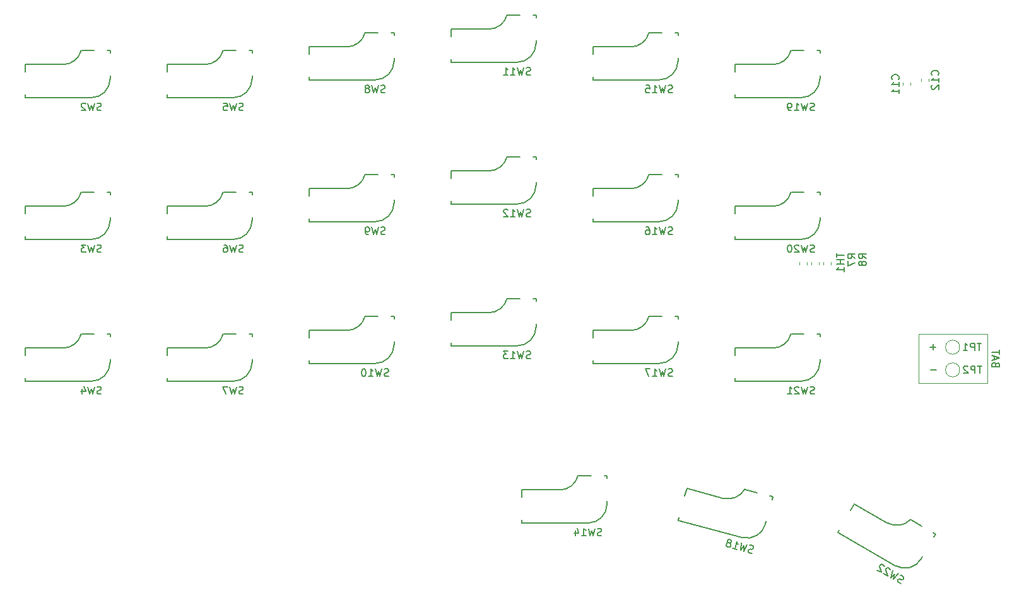
<source format=gbr>
G04 #@! TF.GenerationSoftware,KiCad,Pcbnew,(5.1.5-0-10_14)*
G04 #@! TF.CreationDate,2020-05-04T16:50:39-04:00*
G04 #@! TF.ProjectId,hardware,68617264-7761-4726-952e-6b696361645f,rev?*
G04 #@! TF.SameCoordinates,Original*
G04 #@! TF.FileFunction,Legend,Bot*
G04 #@! TF.FilePolarity,Positive*
%FSLAX46Y46*%
G04 Gerber Fmt 4.6, Leading zero omitted, Abs format (unit mm)*
G04 Created by KiCad (PCBNEW (5.1.5-0-10_14)) date 2020-05-04 16:50:39*
%MOMM*%
%LPD*%
G04 APERTURE LIST*
%ADD10C,0.150000*%
%ADD11C,0.120000*%
G04 APERTURE END LIST*
D10*
X174345552Y-81681628D02*
X173583647Y-81681628D01*
X174294752Y-78582828D02*
X173532847Y-78582828D01*
X173913800Y-78963780D02*
X173913800Y-78201876D01*
X182367228Y-80925895D02*
X182319609Y-80783038D01*
X182271990Y-80735419D01*
X182176752Y-80687800D01*
X182033895Y-80687800D01*
X181938657Y-80735419D01*
X181891038Y-80783038D01*
X181843419Y-80878276D01*
X181843419Y-81259228D01*
X182843419Y-81259228D01*
X182843419Y-80925895D01*
X182795800Y-80830657D01*
X182748180Y-80783038D01*
X182652942Y-80735419D01*
X182557704Y-80735419D01*
X182462466Y-80783038D01*
X182414847Y-80830657D01*
X182367228Y-80925895D01*
X182367228Y-81259228D01*
X182129133Y-80306847D02*
X182129133Y-79830657D01*
X181843419Y-80402085D02*
X182843419Y-80068752D01*
X181843419Y-79735419D01*
X182843419Y-79544942D02*
X182843419Y-78973514D01*
X181843419Y-79259228D02*
X182843419Y-79259228D01*
D11*
X172008800Y-83413600D02*
X175285400Y-83413600D01*
X171983400Y-76860400D02*
X172008800Y-83413600D01*
X181254400Y-76860400D02*
X171983400Y-76860400D01*
X181254400Y-83413600D02*
X181254400Y-76860400D01*
X175310800Y-83413600D02*
X181254400Y-83413600D01*
D10*
X52070000Y-45085000D02*
X60960000Y-45085000D01*
X52070000Y-44704000D02*
X52070000Y-45085000D01*
X52070000Y-40640000D02*
X52070000Y-41656000D01*
X57150000Y-40640000D02*
X52070000Y-40640000D01*
X61341000Y-38735000D02*
X59690000Y-38735000D01*
X63500000Y-38735000D02*
X63119000Y-38735000D01*
X63500000Y-39116000D02*
X63500000Y-38735000D01*
X63500000Y-42545000D02*
X63500000Y-42164000D01*
X59614162Y-38716040D02*
G75*
G02X57150000Y-40640000I-2464162J616040D01*
G01*
X63500000Y-42545000D02*
G75*
G02X60960000Y-45085000I-2540000J0D01*
G01*
X52070000Y-64135000D02*
X60960000Y-64135000D01*
X52070000Y-63754000D02*
X52070000Y-64135000D01*
X52070000Y-59690000D02*
X52070000Y-60706000D01*
X57150000Y-59690000D02*
X52070000Y-59690000D01*
X61341000Y-57785000D02*
X59690000Y-57785000D01*
X63500000Y-57785000D02*
X63119000Y-57785000D01*
X63500000Y-58166000D02*
X63500000Y-57785000D01*
X63500000Y-61595000D02*
X63500000Y-61214000D01*
X59614162Y-57766040D02*
G75*
G02X57150000Y-59690000I-2464162J616040D01*
G01*
X63500000Y-61595000D02*
G75*
G02X60960000Y-64135000I-2540000J0D01*
G01*
X52070000Y-83185000D02*
X60960000Y-83185000D01*
X52070000Y-82804000D02*
X52070000Y-83185000D01*
X52070000Y-78740000D02*
X52070000Y-79756000D01*
X57150000Y-78740000D02*
X52070000Y-78740000D01*
X61341000Y-76835000D02*
X59690000Y-76835000D01*
X63500000Y-76835000D02*
X63119000Y-76835000D01*
X63500000Y-77216000D02*
X63500000Y-76835000D01*
X63500000Y-80645000D02*
X63500000Y-80264000D01*
X59614162Y-76816040D02*
G75*
G02X57150000Y-78740000I-2464162J616040D01*
G01*
X63500000Y-80645000D02*
G75*
G02X60960000Y-83185000I-2540000J0D01*
G01*
X71120000Y-45085000D02*
X80010000Y-45085000D01*
X71120000Y-44704000D02*
X71120000Y-45085000D01*
X71120000Y-40640000D02*
X71120000Y-41656000D01*
X76200000Y-40640000D02*
X71120000Y-40640000D01*
X80391000Y-38735000D02*
X78740000Y-38735000D01*
X82550000Y-38735000D02*
X82169000Y-38735000D01*
X82550000Y-39116000D02*
X82550000Y-38735000D01*
X82550000Y-42545000D02*
X82550000Y-42164000D01*
X78664162Y-38716040D02*
G75*
G02X76200000Y-40640000I-2464162J616040D01*
G01*
X82550000Y-42545000D02*
G75*
G02X80010000Y-45085000I-2540000J0D01*
G01*
X71120000Y-64135000D02*
X80010000Y-64135000D01*
X71120000Y-63754000D02*
X71120000Y-64135000D01*
X71120000Y-59690000D02*
X71120000Y-60706000D01*
X76200000Y-59690000D02*
X71120000Y-59690000D01*
X80391000Y-57785000D02*
X78740000Y-57785000D01*
X82550000Y-57785000D02*
X82169000Y-57785000D01*
X82550000Y-58166000D02*
X82550000Y-57785000D01*
X82550000Y-61595000D02*
X82550000Y-61214000D01*
X78664162Y-57766040D02*
G75*
G02X76200000Y-59690000I-2464162J616040D01*
G01*
X82550000Y-61595000D02*
G75*
G02X80010000Y-64135000I-2540000J0D01*
G01*
X71120000Y-83185000D02*
X80010000Y-83185000D01*
X71120000Y-82804000D02*
X71120000Y-83185000D01*
X71120000Y-78740000D02*
X71120000Y-79756000D01*
X76200000Y-78740000D02*
X71120000Y-78740000D01*
X80391000Y-76835000D02*
X78740000Y-76835000D01*
X82550000Y-76835000D02*
X82169000Y-76835000D01*
X82550000Y-77216000D02*
X82550000Y-76835000D01*
X82550000Y-80645000D02*
X82550000Y-80264000D01*
X78664162Y-76816040D02*
G75*
G02X76200000Y-78740000I-2464162J616040D01*
G01*
X82550000Y-80645000D02*
G75*
G02X80010000Y-83185000I-2540000J0D01*
G01*
X90170000Y-42703750D02*
X99060000Y-42703750D01*
X90170000Y-42322750D02*
X90170000Y-42703750D01*
X90170000Y-38258750D02*
X90170000Y-39274750D01*
X95250000Y-38258750D02*
X90170000Y-38258750D01*
X99441000Y-36353750D02*
X97790000Y-36353750D01*
X101600000Y-36353750D02*
X101219000Y-36353750D01*
X101600000Y-36734750D02*
X101600000Y-36353750D01*
X101600000Y-40163750D02*
X101600000Y-39782750D01*
X97714162Y-36334790D02*
G75*
G02X95250000Y-38258750I-2464162J616040D01*
G01*
X101600000Y-40163750D02*
G75*
G02X99060000Y-42703750I-2540000J0D01*
G01*
X90170000Y-61753750D02*
X99060000Y-61753750D01*
X90170000Y-61372750D02*
X90170000Y-61753750D01*
X90170000Y-57308750D02*
X90170000Y-58324750D01*
X95250000Y-57308750D02*
X90170000Y-57308750D01*
X99441000Y-55403750D02*
X97790000Y-55403750D01*
X101600000Y-55403750D02*
X101219000Y-55403750D01*
X101600000Y-55784750D02*
X101600000Y-55403750D01*
X101600000Y-59213750D02*
X101600000Y-58832750D01*
X97714162Y-55384790D02*
G75*
G02X95250000Y-57308750I-2464162J616040D01*
G01*
X101600000Y-59213750D02*
G75*
G02X99060000Y-61753750I-2540000J0D01*
G01*
X90170000Y-80803750D02*
X99060000Y-80803750D01*
X90170000Y-80422750D02*
X90170000Y-80803750D01*
X90170000Y-76358750D02*
X90170000Y-77374750D01*
X95250000Y-76358750D02*
X90170000Y-76358750D01*
X99441000Y-74453750D02*
X97790000Y-74453750D01*
X101600000Y-74453750D02*
X101219000Y-74453750D01*
X101600000Y-74834750D02*
X101600000Y-74453750D01*
X101600000Y-78263750D02*
X101600000Y-77882750D01*
X97714162Y-74434790D02*
G75*
G02X95250000Y-76358750I-2464162J616040D01*
G01*
X101600000Y-78263750D02*
G75*
G02X99060000Y-80803750I-2540000J0D01*
G01*
X109220000Y-40322500D02*
X118110000Y-40322500D01*
X109220000Y-39941500D02*
X109220000Y-40322500D01*
X109220000Y-35877500D02*
X109220000Y-36893500D01*
X114300000Y-35877500D02*
X109220000Y-35877500D01*
X118491000Y-33972500D02*
X116840000Y-33972500D01*
X120650000Y-33972500D02*
X120269000Y-33972500D01*
X120650000Y-34353500D02*
X120650000Y-33972500D01*
X120650000Y-37782500D02*
X120650000Y-37401500D01*
X116764162Y-33953540D02*
G75*
G02X114300000Y-35877500I-2464162J616040D01*
G01*
X120650000Y-37782500D02*
G75*
G02X118110000Y-40322500I-2540000J0D01*
G01*
X109220000Y-59372500D02*
X118110000Y-59372500D01*
X109220000Y-58991500D02*
X109220000Y-59372500D01*
X109220000Y-54927500D02*
X109220000Y-55943500D01*
X114300000Y-54927500D02*
X109220000Y-54927500D01*
X118491000Y-53022500D02*
X116840000Y-53022500D01*
X120650000Y-53022500D02*
X120269000Y-53022500D01*
X120650000Y-53403500D02*
X120650000Y-53022500D01*
X120650000Y-56832500D02*
X120650000Y-56451500D01*
X116764162Y-53003540D02*
G75*
G02X114300000Y-54927500I-2464162J616040D01*
G01*
X120650000Y-56832500D02*
G75*
G02X118110000Y-59372500I-2540000J0D01*
G01*
X109220000Y-78422500D02*
X118110000Y-78422500D01*
X109220000Y-78041500D02*
X109220000Y-78422500D01*
X109220000Y-73977500D02*
X109220000Y-74993500D01*
X114300000Y-73977500D02*
X109220000Y-73977500D01*
X118491000Y-72072500D02*
X116840000Y-72072500D01*
X120650000Y-72072500D02*
X120269000Y-72072500D01*
X120650000Y-72453500D02*
X120650000Y-72072500D01*
X120650000Y-75882500D02*
X120650000Y-75501500D01*
X116764162Y-72053540D02*
G75*
G02X114300000Y-73977500I-2464162J616040D01*
G01*
X120650000Y-75882500D02*
G75*
G02X118110000Y-78422500I-2540000J0D01*
G01*
X118745000Y-102235000D02*
X127635000Y-102235000D01*
X118745000Y-101854000D02*
X118745000Y-102235000D01*
X118745000Y-97790000D02*
X118745000Y-98806000D01*
X123825000Y-97790000D02*
X118745000Y-97790000D01*
X128016000Y-95885000D02*
X126365000Y-95885000D01*
X130175000Y-95885000D02*
X129794000Y-95885000D01*
X130175000Y-96266000D02*
X130175000Y-95885000D01*
X130175000Y-99695000D02*
X130175000Y-99314000D01*
X126289162Y-95866040D02*
G75*
G02X123825000Y-97790000I-2464162J616040D01*
G01*
X130175000Y-99695000D02*
G75*
G02X127635000Y-102235000I-2540000J0D01*
G01*
X128270000Y-42703750D02*
X137160000Y-42703750D01*
X128270000Y-42322750D02*
X128270000Y-42703750D01*
X128270000Y-38258750D02*
X128270000Y-39274750D01*
X133350000Y-38258750D02*
X128270000Y-38258750D01*
X137541000Y-36353750D02*
X135890000Y-36353750D01*
X139700000Y-36353750D02*
X139319000Y-36353750D01*
X139700000Y-36734750D02*
X139700000Y-36353750D01*
X139700000Y-40163750D02*
X139700000Y-39782750D01*
X135814162Y-36334790D02*
G75*
G02X133350000Y-38258750I-2464162J616040D01*
G01*
X139700000Y-40163750D02*
G75*
G02X137160000Y-42703750I-2540000J0D01*
G01*
X128270000Y-61753750D02*
X137160000Y-61753750D01*
X128270000Y-61372750D02*
X128270000Y-61753750D01*
X128270000Y-57308750D02*
X128270000Y-58324750D01*
X133350000Y-57308750D02*
X128270000Y-57308750D01*
X137541000Y-55403750D02*
X135890000Y-55403750D01*
X139700000Y-55403750D02*
X139319000Y-55403750D01*
X139700000Y-55784750D02*
X139700000Y-55403750D01*
X139700000Y-59213750D02*
X139700000Y-58832750D01*
X135814162Y-55384790D02*
G75*
G02X133350000Y-57308750I-2464162J616040D01*
G01*
X139700000Y-59213750D02*
G75*
G02X137160000Y-61753750I-2540000J0D01*
G01*
X128270000Y-80803750D02*
X137160000Y-80803750D01*
X128270000Y-80422750D02*
X128270000Y-80803750D01*
X128270000Y-76358750D02*
X128270000Y-77374750D01*
X133350000Y-76358750D02*
X128270000Y-76358750D01*
X137541000Y-74453750D02*
X135890000Y-74453750D01*
X139700000Y-74453750D02*
X139319000Y-74453750D01*
X139700000Y-74834750D02*
X139700000Y-74453750D01*
X139700000Y-78263750D02*
X139700000Y-77882750D01*
X135814162Y-74434790D02*
G75*
G02X133350000Y-76358750I-2464162J616040D01*
G01*
X139700000Y-78263750D02*
G75*
G02X137160000Y-80803750I-2540000J0D01*
G01*
X139732121Y-101872816D02*
X148319201Y-104173717D01*
X139830731Y-101504798D02*
X139732121Y-101872816D01*
X140882571Y-97579276D02*
X140619611Y-98560656D01*
X145789475Y-98894077D02*
X140882571Y-97579276D01*
X150330720Y-98138699D02*
X148735977Y-97711388D01*
X152416154Y-98697489D02*
X152048136Y-98598879D01*
X152317544Y-99065507D02*
X152416154Y-98697489D01*
X151430053Y-102377666D02*
X151528663Y-102009648D01*
X148667630Y-97673446D02*
G75*
G02X145789475Y-98894077I-2220755J1232821D01*
G01*
X151430053Y-102377667D02*
G75*
G02X148319201Y-104173717I-2453451J657401D01*
G01*
X147320000Y-45085000D02*
X156210000Y-45085000D01*
X147320000Y-44704000D02*
X147320000Y-45085000D01*
X147320000Y-40640000D02*
X147320000Y-41656000D01*
X152400000Y-40640000D02*
X147320000Y-40640000D01*
X156591000Y-38735000D02*
X154940000Y-38735000D01*
X158750000Y-38735000D02*
X158369000Y-38735000D01*
X158750000Y-39116000D02*
X158750000Y-38735000D01*
X158750000Y-42545000D02*
X158750000Y-42164000D01*
X154864162Y-38716040D02*
G75*
G02X152400000Y-40640000I-2464162J616040D01*
G01*
X158750000Y-42545000D02*
G75*
G02X156210000Y-45085000I-2540000J0D01*
G01*
X147320000Y-64135000D02*
X156210000Y-64135000D01*
X147320000Y-63754000D02*
X147320000Y-64135000D01*
X147320000Y-59690000D02*
X147320000Y-60706000D01*
X152400000Y-59690000D02*
X147320000Y-59690000D01*
X156591000Y-57785000D02*
X154940000Y-57785000D01*
X158750000Y-57785000D02*
X158369000Y-57785000D01*
X158750000Y-58166000D02*
X158750000Y-57785000D01*
X158750000Y-61595000D02*
X158750000Y-61214000D01*
X154864162Y-57766040D02*
G75*
G02X152400000Y-59690000I-2464162J616040D01*
G01*
X158750000Y-61595000D02*
G75*
G02X156210000Y-64135000I-2540000J0D01*
G01*
X147320000Y-83185000D02*
X156210000Y-83185000D01*
X147320000Y-82804000D02*
X147320000Y-83185000D01*
X147320000Y-78740000D02*
X147320000Y-79756000D01*
X152400000Y-78740000D02*
X147320000Y-78740000D01*
X156591000Y-76835000D02*
X154940000Y-76835000D01*
X158750000Y-76835000D02*
X158369000Y-76835000D01*
X158750000Y-77216000D02*
X158750000Y-76835000D01*
X158750000Y-80645000D02*
X158750000Y-80264000D01*
X154864162Y-76816040D02*
G75*
G02X152400000Y-78740000I-2464162J616040D01*
G01*
X158750000Y-80645000D02*
G75*
G02X156210000Y-83185000I-2540000J0D01*
G01*
X161176841Y-103521687D02*
X168875807Y-107966687D01*
X161367341Y-103191732D02*
X161176841Y-103521687D01*
X163399341Y-99672205D02*
X162891341Y-100552086D01*
X167798750Y-102212205D02*
X163399341Y-99672205D01*
X172380762Y-102657926D02*
X170950955Y-101832426D01*
X174250511Y-103737426D02*
X173920556Y-103546926D01*
X174060011Y-104067382D02*
X174250511Y-103737426D01*
X172345511Y-107036983D02*
X172536011Y-106707027D01*
X170894757Y-101778088D02*
G75*
G02X167798750Y-102212205I-1826007J1765588D01*
G01*
X172345511Y-107036983D02*
G75*
G02X168875807Y-107966687I-2199704J1270000D01*
G01*
D11*
X170867800Y-43093421D02*
X170867800Y-43418979D01*
X169847800Y-43093421D02*
X169847800Y-43418979D01*
X172311600Y-42860179D02*
X172311600Y-42534621D01*
X173331600Y-42860179D02*
X173331600Y-42534621D01*
X157595475Y-67495004D02*
X157595475Y-67169446D01*
X158615475Y-67495004D02*
X158615475Y-67169446D01*
X159182975Y-67169446D02*
X159182975Y-67495004D01*
X160202975Y-67169446D02*
X160202975Y-67495004D01*
X157027975Y-67169446D02*
X157027975Y-67495004D01*
X156007975Y-67169446D02*
X156007975Y-67495004D01*
X177505400Y-78613000D02*
G75*
G03X177505400Y-78613000I-950000J0D01*
G01*
X177505400Y-81661000D02*
G75*
G03X177505400Y-81661000I-950000J0D01*
G01*
D10*
X62293333Y-46759761D02*
X62150476Y-46807380D01*
X61912380Y-46807380D01*
X61817142Y-46759761D01*
X61769523Y-46712142D01*
X61721904Y-46616904D01*
X61721904Y-46521666D01*
X61769523Y-46426428D01*
X61817142Y-46378809D01*
X61912380Y-46331190D01*
X62102857Y-46283571D01*
X62198095Y-46235952D01*
X62245714Y-46188333D01*
X62293333Y-46093095D01*
X62293333Y-45997857D01*
X62245714Y-45902619D01*
X62198095Y-45855000D01*
X62102857Y-45807380D01*
X61864761Y-45807380D01*
X61721904Y-45855000D01*
X61388571Y-45807380D02*
X61150476Y-46807380D01*
X60960000Y-46093095D01*
X60769523Y-46807380D01*
X60531428Y-45807380D01*
X60198095Y-45902619D02*
X60150476Y-45855000D01*
X60055238Y-45807380D01*
X59817142Y-45807380D01*
X59721904Y-45855000D01*
X59674285Y-45902619D01*
X59626666Y-45997857D01*
X59626666Y-46093095D01*
X59674285Y-46235952D01*
X60245714Y-46807380D01*
X59626666Y-46807380D01*
X62293333Y-65809761D02*
X62150476Y-65857380D01*
X61912380Y-65857380D01*
X61817142Y-65809761D01*
X61769523Y-65762142D01*
X61721904Y-65666904D01*
X61721904Y-65571666D01*
X61769523Y-65476428D01*
X61817142Y-65428809D01*
X61912380Y-65381190D01*
X62102857Y-65333571D01*
X62198095Y-65285952D01*
X62245714Y-65238333D01*
X62293333Y-65143095D01*
X62293333Y-65047857D01*
X62245714Y-64952619D01*
X62198095Y-64905000D01*
X62102857Y-64857380D01*
X61864761Y-64857380D01*
X61721904Y-64905000D01*
X61388571Y-64857380D02*
X61150476Y-65857380D01*
X60960000Y-65143095D01*
X60769523Y-65857380D01*
X60531428Y-64857380D01*
X60245714Y-64857380D02*
X59626666Y-64857380D01*
X59960000Y-65238333D01*
X59817142Y-65238333D01*
X59721904Y-65285952D01*
X59674285Y-65333571D01*
X59626666Y-65428809D01*
X59626666Y-65666904D01*
X59674285Y-65762142D01*
X59721904Y-65809761D01*
X59817142Y-65857380D01*
X60102857Y-65857380D01*
X60198095Y-65809761D01*
X60245714Y-65762142D01*
X62293333Y-84859761D02*
X62150476Y-84907380D01*
X61912380Y-84907380D01*
X61817142Y-84859761D01*
X61769523Y-84812142D01*
X61721904Y-84716904D01*
X61721904Y-84621666D01*
X61769523Y-84526428D01*
X61817142Y-84478809D01*
X61912380Y-84431190D01*
X62102857Y-84383571D01*
X62198095Y-84335952D01*
X62245714Y-84288333D01*
X62293333Y-84193095D01*
X62293333Y-84097857D01*
X62245714Y-84002619D01*
X62198095Y-83955000D01*
X62102857Y-83907380D01*
X61864761Y-83907380D01*
X61721904Y-83955000D01*
X61388571Y-83907380D02*
X61150476Y-84907380D01*
X60960000Y-84193095D01*
X60769523Y-84907380D01*
X60531428Y-83907380D01*
X59721904Y-84240714D02*
X59721904Y-84907380D01*
X59960000Y-83859761D02*
X60198095Y-84574047D01*
X59579047Y-84574047D01*
X81343333Y-46759761D02*
X81200476Y-46807380D01*
X80962380Y-46807380D01*
X80867142Y-46759761D01*
X80819523Y-46712142D01*
X80771904Y-46616904D01*
X80771904Y-46521666D01*
X80819523Y-46426428D01*
X80867142Y-46378809D01*
X80962380Y-46331190D01*
X81152857Y-46283571D01*
X81248095Y-46235952D01*
X81295714Y-46188333D01*
X81343333Y-46093095D01*
X81343333Y-45997857D01*
X81295714Y-45902619D01*
X81248095Y-45855000D01*
X81152857Y-45807380D01*
X80914761Y-45807380D01*
X80771904Y-45855000D01*
X80438571Y-45807380D02*
X80200476Y-46807380D01*
X80010000Y-46093095D01*
X79819523Y-46807380D01*
X79581428Y-45807380D01*
X78724285Y-45807380D02*
X79200476Y-45807380D01*
X79248095Y-46283571D01*
X79200476Y-46235952D01*
X79105238Y-46188333D01*
X78867142Y-46188333D01*
X78771904Y-46235952D01*
X78724285Y-46283571D01*
X78676666Y-46378809D01*
X78676666Y-46616904D01*
X78724285Y-46712142D01*
X78771904Y-46759761D01*
X78867142Y-46807380D01*
X79105238Y-46807380D01*
X79200476Y-46759761D01*
X79248095Y-46712142D01*
X81343333Y-65809761D02*
X81200476Y-65857380D01*
X80962380Y-65857380D01*
X80867142Y-65809761D01*
X80819523Y-65762142D01*
X80771904Y-65666904D01*
X80771904Y-65571666D01*
X80819523Y-65476428D01*
X80867142Y-65428809D01*
X80962380Y-65381190D01*
X81152857Y-65333571D01*
X81248095Y-65285952D01*
X81295714Y-65238333D01*
X81343333Y-65143095D01*
X81343333Y-65047857D01*
X81295714Y-64952619D01*
X81248095Y-64905000D01*
X81152857Y-64857380D01*
X80914761Y-64857380D01*
X80771904Y-64905000D01*
X80438571Y-64857380D02*
X80200476Y-65857380D01*
X80010000Y-65143095D01*
X79819523Y-65857380D01*
X79581428Y-64857380D01*
X78771904Y-64857380D02*
X78962380Y-64857380D01*
X79057619Y-64905000D01*
X79105238Y-64952619D01*
X79200476Y-65095476D01*
X79248095Y-65285952D01*
X79248095Y-65666904D01*
X79200476Y-65762142D01*
X79152857Y-65809761D01*
X79057619Y-65857380D01*
X78867142Y-65857380D01*
X78771904Y-65809761D01*
X78724285Y-65762142D01*
X78676666Y-65666904D01*
X78676666Y-65428809D01*
X78724285Y-65333571D01*
X78771904Y-65285952D01*
X78867142Y-65238333D01*
X79057619Y-65238333D01*
X79152857Y-65285952D01*
X79200476Y-65333571D01*
X79248095Y-65428809D01*
X81343333Y-84859761D02*
X81200476Y-84907380D01*
X80962380Y-84907380D01*
X80867142Y-84859761D01*
X80819523Y-84812142D01*
X80771904Y-84716904D01*
X80771904Y-84621666D01*
X80819523Y-84526428D01*
X80867142Y-84478809D01*
X80962380Y-84431190D01*
X81152857Y-84383571D01*
X81248095Y-84335952D01*
X81295714Y-84288333D01*
X81343333Y-84193095D01*
X81343333Y-84097857D01*
X81295714Y-84002619D01*
X81248095Y-83955000D01*
X81152857Y-83907380D01*
X80914761Y-83907380D01*
X80771904Y-83955000D01*
X80438571Y-83907380D02*
X80200476Y-84907380D01*
X80010000Y-84193095D01*
X79819523Y-84907380D01*
X79581428Y-83907380D01*
X79295714Y-83907380D02*
X78629047Y-83907380D01*
X79057619Y-84907380D01*
X100393333Y-44378511D02*
X100250476Y-44426130D01*
X100012380Y-44426130D01*
X99917142Y-44378511D01*
X99869523Y-44330892D01*
X99821904Y-44235654D01*
X99821904Y-44140416D01*
X99869523Y-44045178D01*
X99917142Y-43997559D01*
X100012380Y-43949940D01*
X100202857Y-43902321D01*
X100298095Y-43854702D01*
X100345714Y-43807083D01*
X100393333Y-43711845D01*
X100393333Y-43616607D01*
X100345714Y-43521369D01*
X100298095Y-43473750D01*
X100202857Y-43426130D01*
X99964761Y-43426130D01*
X99821904Y-43473750D01*
X99488571Y-43426130D02*
X99250476Y-44426130D01*
X99060000Y-43711845D01*
X98869523Y-44426130D01*
X98631428Y-43426130D01*
X98107619Y-43854702D02*
X98202857Y-43807083D01*
X98250476Y-43759464D01*
X98298095Y-43664226D01*
X98298095Y-43616607D01*
X98250476Y-43521369D01*
X98202857Y-43473750D01*
X98107619Y-43426130D01*
X97917142Y-43426130D01*
X97821904Y-43473750D01*
X97774285Y-43521369D01*
X97726666Y-43616607D01*
X97726666Y-43664226D01*
X97774285Y-43759464D01*
X97821904Y-43807083D01*
X97917142Y-43854702D01*
X98107619Y-43854702D01*
X98202857Y-43902321D01*
X98250476Y-43949940D01*
X98298095Y-44045178D01*
X98298095Y-44235654D01*
X98250476Y-44330892D01*
X98202857Y-44378511D01*
X98107619Y-44426130D01*
X97917142Y-44426130D01*
X97821904Y-44378511D01*
X97774285Y-44330892D01*
X97726666Y-44235654D01*
X97726666Y-44045178D01*
X97774285Y-43949940D01*
X97821904Y-43902321D01*
X97917142Y-43854702D01*
X100393333Y-63428511D02*
X100250476Y-63476130D01*
X100012380Y-63476130D01*
X99917142Y-63428511D01*
X99869523Y-63380892D01*
X99821904Y-63285654D01*
X99821904Y-63190416D01*
X99869523Y-63095178D01*
X99917142Y-63047559D01*
X100012380Y-62999940D01*
X100202857Y-62952321D01*
X100298095Y-62904702D01*
X100345714Y-62857083D01*
X100393333Y-62761845D01*
X100393333Y-62666607D01*
X100345714Y-62571369D01*
X100298095Y-62523750D01*
X100202857Y-62476130D01*
X99964761Y-62476130D01*
X99821904Y-62523750D01*
X99488571Y-62476130D02*
X99250476Y-63476130D01*
X99060000Y-62761845D01*
X98869523Y-63476130D01*
X98631428Y-62476130D01*
X98202857Y-63476130D02*
X98012380Y-63476130D01*
X97917142Y-63428511D01*
X97869523Y-63380892D01*
X97774285Y-63238035D01*
X97726666Y-63047559D01*
X97726666Y-62666607D01*
X97774285Y-62571369D01*
X97821904Y-62523750D01*
X97917142Y-62476130D01*
X98107619Y-62476130D01*
X98202857Y-62523750D01*
X98250476Y-62571369D01*
X98298095Y-62666607D01*
X98298095Y-62904702D01*
X98250476Y-62999940D01*
X98202857Y-63047559D01*
X98107619Y-63095178D01*
X97917142Y-63095178D01*
X97821904Y-63047559D01*
X97774285Y-62999940D01*
X97726666Y-62904702D01*
X100869523Y-82478511D02*
X100726666Y-82526130D01*
X100488571Y-82526130D01*
X100393333Y-82478511D01*
X100345714Y-82430892D01*
X100298095Y-82335654D01*
X100298095Y-82240416D01*
X100345714Y-82145178D01*
X100393333Y-82097559D01*
X100488571Y-82049940D01*
X100679047Y-82002321D01*
X100774285Y-81954702D01*
X100821904Y-81907083D01*
X100869523Y-81811845D01*
X100869523Y-81716607D01*
X100821904Y-81621369D01*
X100774285Y-81573750D01*
X100679047Y-81526130D01*
X100440952Y-81526130D01*
X100298095Y-81573750D01*
X99964761Y-81526130D02*
X99726666Y-82526130D01*
X99536190Y-81811845D01*
X99345714Y-82526130D01*
X99107619Y-81526130D01*
X98202857Y-82526130D02*
X98774285Y-82526130D01*
X98488571Y-82526130D02*
X98488571Y-81526130D01*
X98583809Y-81668988D01*
X98679047Y-81764226D01*
X98774285Y-81811845D01*
X97583809Y-81526130D02*
X97488571Y-81526130D01*
X97393333Y-81573750D01*
X97345714Y-81621369D01*
X97298095Y-81716607D01*
X97250476Y-81907083D01*
X97250476Y-82145178D01*
X97298095Y-82335654D01*
X97345714Y-82430892D01*
X97393333Y-82478511D01*
X97488571Y-82526130D01*
X97583809Y-82526130D01*
X97679047Y-82478511D01*
X97726666Y-82430892D01*
X97774285Y-82335654D01*
X97821904Y-82145178D01*
X97821904Y-81907083D01*
X97774285Y-81716607D01*
X97726666Y-81621369D01*
X97679047Y-81573750D01*
X97583809Y-81526130D01*
X119919523Y-41997261D02*
X119776666Y-42044880D01*
X119538571Y-42044880D01*
X119443333Y-41997261D01*
X119395714Y-41949642D01*
X119348095Y-41854404D01*
X119348095Y-41759166D01*
X119395714Y-41663928D01*
X119443333Y-41616309D01*
X119538571Y-41568690D01*
X119729047Y-41521071D01*
X119824285Y-41473452D01*
X119871904Y-41425833D01*
X119919523Y-41330595D01*
X119919523Y-41235357D01*
X119871904Y-41140119D01*
X119824285Y-41092500D01*
X119729047Y-41044880D01*
X119490952Y-41044880D01*
X119348095Y-41092500D01*
X119014761Y-41044880D02*
X118776666Y-42044880D01*
X118586190Y-41330595D01*
X118395714Y-42044880D01*
X118157619Y-41044880D01*
X117252857Y-42044880D02*
X117824285Y-42044880D01*
X117538571Y-42044880D02*
X117538571Y-41044880D01*
X117633809Y-41187738D01*
X117729047Y-41282976D01*
X117824285Y-41330595D01*
X116300476Y-42044880D02*
X116871904Y-42044880D01*
X116586190Y-42044880D02*
X116586190Y-41044880D01*
X116681428Y-41187738D01*
X116776666Y-41282976D01*
X116871904Y-41330595D01*
X119919523Y-61047261D02*
X119776666Y-61094880D01*
X119538571Y-61094880D01*
X119443333Y-61047261D01*
X119395714Y-60999642D01*
X119348095Y-60904404D01*
X119348095Y-60809166D01*
X119395714Y-60713928D01*
X119443333Y-60666309D01*
X119538571Y-60618690D01*
X119729047Y-60571071D01*
X119824285Y-60523452D01*
X119871904Y-60475833D01*
X119919523Y-60380595D01*
X119919523Y-60285357D01*
X119871904Y-60190119D01*
X119824285Y-60142500D01*
X119729047Y-60094880D01*
X119490952Y-60094880D01*
X119348095Y-60142500D01*
X119014761Y-60094880D02*
X118776666Y-61094880D01*
X118586190Y-60380595D01*
X118395714Y-61094880D01*
X118157619Y-60094880D01*
X117252857Y-61094880D02*
X117824285Y-61094880D01*
X117538571Y-61094880D02*
X117538571Y-60094880D01*
X117633809Y-60237738D01*
X117729047Y-60332976D01*
X117824285Y-60380595D01*
X116871904Y-60190119D02*
X116824285Y-60142500D01*
X116729047Y-60094880D01*
X116490952Y-60094880D01*
X116395714Y-60142500D01*
X116348095Y-60190119D01*
X116300476Y-60285357D01*
X116300476Y-60380595D01*
X116348095Y-60523452D01*
X116919523Y-61094880D01*
X116300476Y-61094880D01*
X119919523Y-80097261D02*
X119776666Y-80144880D01*
X119538571Y-80144880D01*
X119443333Y-80097261D01*
X119395714Y-80049642D01*
X119348095Y-79954404D01*
X119348095Y-79859166D01*
X119395714Y-79763928D01*
X119443333Y-79716309D01*
X119538571Y-79668690D01*
X119729047Y-79621071D01*
X119824285Y-79573452D01*
X119871904Y-79525833D01*
X119919523Y-79430595D01*
X119919523Y-79335357D01*
X119871904Y-79240119D01*
X119824285Y-79192500D01*
X119729047Y-79144880D01*
X119490952Y-79144880D01*
X119348095Y-79192500D01*
X119014761Y-79144880D02*
X118776666Y-80144880D01*
X118586190Y-79430595D01*
X118395714Y-80144880D01*
X118157619Y-79144880D01*
X117252857Y-80144880D02*
X117824285Y-80144880D01*
X117538571Y-80144880D02*
X117538571Y-79144880D01*
X117633809Y-79287738D01*
X117729047Y-79382976D01*
X117824285Y-79430595D01*
X116919523Y-79144880D02*
X116300476Y-79144880D01*
X116633809Y-79525833D01*
X116490952Y-79525833D01*
X116395714Y-79573452D01*
X116348095Y-79621071D01*
X116300476Y-79716309D01*
X116300476Y-79954404D01*
X116348095Y-80049642D01*
X116395714Y-80097261D01*
X116490952Y-80144880D01*
X116776666Y-80144880D01*
X116871904Y-80097261D01*
X116919523Y-80049642D01*
X129444523Y-103909761D02*
X129301666Y-103957380D01*
X129063571Y-103957380D01*
X128968333Y-103909761D01*
X128920714Y-103862142D01*
X128873095Y-103766904D01*
X128873095Y-103671666D01*
X128920714Y-103576428D01*
X128968333Y-103528809D01*
X129063571Y-103481190D01*
X129254047Y-103433571D01*
X129349285Y-103385952D01*
X129396904Y-103338333D01*
X129444523Y-103243095D01*
X129444523Y-103147857D01*
X129396904Y-103052619D01*
X129349285Y-103005000D01*
X129254047Y-102957380D01*
X129015952Y-102957380D01*
X128873095Y-103005000D01*
X128539761Y-102957380D02*
X128301666Y-103957380D01*
X128111190Y-103243095D01*
X127920714Y-103957380D01*
X127682619Y-102957380D01*
X126777857Y-103957380D02*
X127349285Y-103957380D01*
X127063571Y-103957380D02*
X127063571Y-102957380D01*
X127158809Y-103100238D01*
X127254047Y-103195476D01*
X127349285Y-103243095D01*
X125920714Y-103290714D02*
X125920714Y-103957380D01*
X126158809Y-102909761D02*
X126396904Y-103624047D01*
X125777857Y-103624047D01*
X138969523Y-44378511D02*
X138826666Y-44426130D01*
X138588571Y-44426130D01*
X138493333Y-44378511D01*
X138445714Y-44330892D01*
X138398095Y-44235654D01*
X138398095Y-44140416D01*
X138445714Y-44045178D01*
X138493333Y-43997559D01*
X138588571Y-43949940D01*
X138779047Y-43902321D01*
X138874285Y-43854702D01*
X138921904Y-43807083D01*
X138969523Y-43711845D01*
X138969523Y-43616607D01*
X138921904Y-43521369D01*
X138874285Y-43473750D01*
X138779047Y-43426130D01*
X138540952Y-43426130D01*
X138398095Y-43473750D01*
X138064761Y-43426130D02*
X137826666Y-44426130D01*
X137636190Y-43711845D01*
X137445714Y-44426130D01*
X137207619Y-43426130D01*
X136302857Y-44426130D02*
X136874285Y-44426130D01*
X136588571Y-44426130D02*
X136588571Y-43426130D01*
X136683809Y-43568988D01*
X136779047Y-43664226D01*
X136874285Y-43711845D01*
X135398095Y-43426130D02*
X135874285Y-43426130D01*
X135921904Y-43902321D01*
X135874285Y-43854702D01*
X135779047Y-43807083D01*
X135540952Y-43807083D01*
X135445714Y-43854702D01*
X135398095Y-43902321D01*
X135350476Y-43997559D01*
X135350476Y-44235654D01*
X135398095Y-44330892D01*
X135445714Y-44378511D01*
X135540952Y-44426130D01*
X135779047Y-44426130D01*
X135874285Y-44378511D01*
X135921904Y-44330892D01*
X138969523Y-63428511D02*
X138826666Y-63476130D01*
X138588571Y-63476130D01*
X138493333Y-63428511D01*
X138445714Y-63380892D01*
X138398095Y-63285654D01*
X138398095Y-63190416D01*
X138445714Y-63095178D01*
X138493333Y-63047559D01*
X138588571Y-62999940D01*
X138779047Y-62952321D01*
X138874285Y-62904702D01*
X138921904Y-62857083D01*
X138969523Y-62761845D01*
X138969523Y-62666607D01*
X138921904Y-62571369D01*
X138874285Y-62523750D01*
X138779047Y-62476130D01*
X138540952Y-62476130D01*
X138398095Y-62523750D01*
X138064761Y-62476130D02*
X137826666Y-63476130D01*
X137636190Y-62761845D01*
X137445714Y-63476130D01*
X137207619Y-62476130D01*
X136302857Y-63476130D02*
X136874285Y-63476130D01*
X136588571Y-63476130D02*
X136588571Y-62476130D01*
X136683809Y-62618988D01*
X136779047Y-62714226D01*
X136874285Y-62761845D01*
X135445714Y-62476130D02*
X135636190Y-62476130D01*
X135731428Y-62523750D01*
X135779047Y-62571369D01*
X135874285Y-62714226D01*
X135921904Y-62904702D01*
X135921904Y-63285654D01*
X135874285Y-63380892D01*
X135826666Y-63428511D01*
X135731428Y-63476130D01*
X135540952Y-63476130D01*
X135445714Y-63428511D01*
X135398095Y-63380892D01*
X135350476Y-63285654D01*
X135350476Y-63047559D01*
X135398095Y-62952321D01*
X135445714Y-62904702D01*
X135540952Y-62857083D01*
X135731428Y-62857083D01*
X135826666Y-62904702D01*
X135874285Y-62952321D01*
X135921904Y-63047559D01*
X138969523Y-82478511D02*
X138826666Y-82526130D01*
X138588571Y-82526130D01*
X138493333Y-82478511D01*
X138445714Y-82430892D01*
X138398095Y-82335654D01*
X138398095Y-82240416D01*
X138445714Y-82145178D01*
X138493333Y-82097559D01*
X138588571Y-82049940D01*
X138779047Y-82002321D01*
X138874285Y-81954702D01*
X138921904Y-81907083D01*
X138969523Y-81811845D01*
X138969523Y-81716607D01*
X138921904Y-81621369D01*
X138874285Y-81573750D01*
X138779047Y-81526130D01*
X138540952Y-81526130D01*
X138398095Y-81573750D01*
X138064761Y-81526130D02*
X137826666Y-82526130D01*
X137636190Y-81811845D01*
X137445714Y-82526130D01*
X137207619Y-81526130D01*
X136302857Y-82526130D02*
X136874285Y-82526130D01*
X136588571Y-82526130D02*
X136588571Y-81526130D01*
X136683809Y-81668988D01*
X136779047Y-81764226D01*
X136874285Y-81811845D01*
X135969523Y-81526130D02*
X135302857Y-81526130D01*
X135731428Y-82526130D01*
X149633606Y-106259752D02*
X149483292Y-106268774D01*
X149253310Y-106207150D01*
X149173642Y-106136505D01*
X149139970Y-106078183D01*
X149118623Y-105973866D01*
X149143272Y-105881873D01*
X149213918Y-105802205D01*
X149272239Y-105768533D01*
X149376557Y-105747186D01*
X149572867Y-105750488D01*
X149677185Y-105729141D01*
X149735506Y-105695469D01*
X149806152Y-105615801D01*
X149830802Y-105523808D01*
X149809455Y-105419491D01*
X149775783Y-105361169D01*
X149696115Y-105290523D01*
X149466132Y-105228900D01*
X149315818Y-105237922D01*
X149006168Y-105105653D02*
X148517366Y-106009955D01*
X148518251Y-105270709D01*
X148149395Y-105911357D01*
X148178231Y-104883808D01*
X147045479Y-105615564D02*
X147597437Y-105763461D01*
X147321458Y-105689512D02*
X147580277Y-104723587D01*
X147635296Y-104886225D01*
X147702639Y-105002868D01*
X147782308Y-105073514D01*
X146641418Y-104915710D02*
X146745736Y-104894363D01*
X146804057Y-104860691D01*
X146874703Y-104781023D01*
X146887028Y-104735026D01*
X146865681Y-104630709D01*
X146832009Y-104572388D01*
X146752341Y-104501742D01*
X146568355Y-104452443D01*
X146464037Y-104473790D01*
X146405716Y-104507462D01*
X146335070Y-104587130D01*
X146322745Y-104633126D01*
X146344092Y-104737444D01*
X146377764Y-104795765D01*
X146457432Y-104866411D01*
X146641418Y-104915710D01*
X146721086Y-104986356D01*
X146754758Y-105044677D01*
X146776105Y-105148995D01*
X146726806Y-105332980D01*
X146656160Y-105412649D01*
X146597839Y-105446320D01*
X146493522Y-105467667D01*
X146309536Y-105418369D01*
X146229868Y-105347723D01*
X146196196Y-105289402D01*
X146174849Y-105185084D01*
X146224148Y-105001098D01*
X146294794Y-104921430D01*
X146353115Y-104887758D01*
X146457432Y-104866411D01*
X158019523Y-46759761D02*
X157876666Y-46807380D01*
X157638571Y-46807380D01*
X157543333Y-46759761D01*
X157495714Y-46712142D01*
X157448095Y-46616904D01*
X157448095Y-46521666D01*
X157495714Y-46426428D01*
X157543333Y-46378809D01*
X157638571Y-46331190D01*
X157829047Y-46283571D01*
X157924285Y-46235952D01*
X157971904Y-46188333D01*
X158019523Y-46093095D01*
X158019523Y-45997857D01*
X157971904Y-45902619D01*
X157924285Y-45855000D01*
X157829047Y-45807380D01*
X157590952Y-45807380D01*
X157448095Y-45855000D01*
X157114761Y-45807380D02*
X156876666Y-46807380D01*
X156686190Y-46093095D01*
X156495714Y-46807380D01*
X156257619Y-45807380D01*
X155352857Y-46807380D02*
X155924285Y-46807380D01*
X155638571Y-46807380D02*
X155638571Y-45807380D01*
X155733809Y-45950238D01*
X155829047Y-46045476D01*
X155924285Y-46093095D01*
X154876666Y-46807380D02*
X154686190Y-46807380D01*
X154590952Y-46759761D01*
X154543333Y-46712142D01*
X154448095Y-46569285D01*
X154400476Y-46378809D01*
X154400476Y-45997857D01*
X154448095Y-45902619D01*
X154495714Y-45855000D01*
X154590952Y-45807380D01*
X154781428Y-45807380D01*
X154876666Y-45855000D01*
X154924285Y-45902619D01*
X154971904Y-45997857D01*
X154971904Y-46235952D01*
X154924285Y-46331190D01*
X154876666Y-46378809D01*
X154781428Y-46426428D01*
X154590952Y-46426428D01*
X154495714Y-46378809D01*
X154448095Y-46331190D01*
X154400476Y-46235952D01*
X158019523Y-65809761D02*
X157876666Y-65857380D01*
X157638571Y-65857380D01*
X157543333Y-65809761D01*
X157495714Y-65762142D01*
X157448095Y-65666904D01*
X157448095Y-65571666D01*
X157495714Y-65476428D01*
X157543333Y-65428809D01*
X157638571Y-65381190D01*
X157829047Y-65333571D01*
X157924285Y-65285952D01*
X157971904Y-65238333D01*
X158019523Y-65143095D01*
X158019523Y-65047857D01*
X157971904Y-64952619D01*
X157924285Y-64905000D01*
X157829047Y-64857380D01*
X157590952Y-64857380D01*
X157448095Y-64905000D01*
X157114761Y-64857380D02*
X156876666Y-65857380D01*
X156686190Y-65143095D01*
X156495714Y-65857380D01*
X156257619Y-64857380D01*
X155924285Y-64952619D02*
X155876666Y-64905000D01*
X155781428Y-64857380D01*
X155543333Y-64857380D01*
X155448095Y-64905000D01*
X155400476Y-64952619D01*
X155352857Y-65047857D01*
X155352857Y-65143095D01*
X155400476Y-65285952D01*
X155971904Y-65857380D01*
X155352857Y-65857380D01*
X154733809Y-64857380D02*
X154638571Y-64857380D01*
X154543333Y-64905000D01*
X154495714Y-64952619D01*
X154448095Y-65047857D01*
X154400476Y-65238333D01*
X154400476Y-65476428D01*
X154448095Y-65666904D01*
X154495714Y-65762142D01*
X154543333Y-65809761D01*
X154638571Y-65857380D01*
X154733809Y-65857380D01*
X154829047Y-65809761D01*
X154876666Y-65762142D01*
X154924285Y-65666904D01*
X154971904Y-65476428D01*
X154971904Y-65238333D01*
X154924285Y-65047857D01*
X154876666Y-64952619D01*
X154829047Y-64905000D01*
X154733809Y-64857380D01*
X158019523Y-84859761D02*
X157876666Y-84907380D01*
X157638571Y-84907380D01*
X157543333Y-84859761D01*
X157495714Y-84812142D01*
X157448095Y-84716904D01*
X157448095Y-84621666D01*
X157495714Y-84526428D01*
X157543333Y-84478809D01*
X157638571Y-84431190D01*
X157829047Y-84383571D01*
X157924285Y-84335952D01*
X157971904Y-84288333D01*
X158019523Y-84193095D01*
X158019523Y-84097857D01*
X157971904Y-84002619D01*
X157924285Y-83955000D01*
X157829047Y-83907380D01*
X157590952Y-83907380D01*
X157448095Y-83955000D01*
X157114761Y-83907380D02*
X156876666Y-84907380D01*
X156686190Y-84193095D01*
X156495714Y-84907380D01*
X156257619Y-83907380D01*
X155924285Y-84002619D02*
X155876666Y-83955000D01*
X155781428Y-83907380D01*
X155543333Y-83907380D01*
X155448095Y-83955000D01*
X155400476Y-84002619D01*
X155352857Y-84097857D01*
X155352857Y-84193095D01*
X155400476Y-84335952D01*
X155971904Y-84907380D01*
X155352857Y-84907380D01*
X154400476Y-84907380D02*
X154971904Y-84907380D01*
X154686190Y-84907380D02*
X154686190Y-83907380D01*
X154781428Y-84050238D01*
X154876666Y-84145476D01*
X154971904Y-84193095D01*
X169605519Y-110321835D02*
X169457992Y-110291646D01*
X169251795Y-110172599D01*
X169193126Y-110083740D01*
X169175696Y-110018691D01*
X169182076Y-109912403D01*
X169229695Y-109829925D01*
X169318553Y-109771256D01*
X169383602Y-109753826D01*
X169489890Y-109760206D01*
X169678657Y-109814204D01*
X169784945Y-109820584D01*
X169849994Y-109803154D01*
X169938852Y-109744485D01*
X169986472Y-109662007D01*
X169992851Y-109555718D01*
X169975421Y-109490670D01*
X169916752Y-109401811D01*
X169710556Y-109282764D01*
X169563028Y-109252574D01*
X169298163Y-109044668D02*
X168591966Y-109791646D01*
X168784152Y-109077819D01*
X168262052Y-109601170D01*
X168555855Y-108616097D01*
X168219561Y-108531909D02*
X168202131Y-108466860D01*
X168143462Y-108378002D01*
X167937266Y-108258954D01*
X167830978Y-108252574D01*
X167765929Y-108270004D01*
X167677070Y-108328673D01*
X167629451Y-108411152D01*
X167599262Y-108558679D01*
X167808419Y-109339265D01*
X167272309Y-109029741D01*
X167394775Y-108055718D02*
X167377345Y-107990670D01*
X167318676Y-107901811D01*
X167112480Y-107782764D01*
X167006192Y-107776384D01*
X166941143Y-107793814D01*
X166852284Y-107852483D01*
X166804665Y-107934961D01*
X166774476Y-108082489D01*
X166983633Y-108863075D01*
X166447522Y-108553551D01*
X169284942Y-42613342D02*
X169332561Y-42565723D01*
X169380180Y-42422866D01*
X169380180Y-42327628D01*
X169332561Y-42184771D01*
X169237323Y-42089533D01*
X169142085Y-42041914D01*
X168951609Y-41994295D01*
X168808752Y-41994295D01*
X168618276Y-42041914D01*
X168523038Y-42089533D01*
X168427800Y-42184771D01*
X168380180Y-42327628D01*
X168380180Y-42422866D01*
X168427800Y-42565723D01*
X168475419Y-42613342D01*
X169380180Y-43565723D02*
X169380180Y-42994295D01*
X169380180Y-43280009D02*
X168380180Y-43280009D01*
X168523038Y-43184771D01*
X168618276Y-43089533D01*
X168665895Y-42994295D01*
X169380180Y-44518104D02*
X169380180Y-43946676D01*
X169380180Y-44232390D02*
X168380180Y-44232390D01*
X168523038Y-44137152D01*
X168618276Y-44041914D01*
X168665895Y-43946676D01*
X174608742Y-42054542D02*
X174656361Y-42006923D01*
X174703980Y-41864066D01*
X174703980Y-41768828D01*
X174656361Y-41625971D01*
X174561123Y-41530733D01*
X174465885Y-41483114D01*
X174275409Y-41435495D01*
X174132552Y-41435495D01*
X173942076Y-41483114D01*
X173846838Y-41530733D01*
X173751600Y-41625971D01*
X173703980Y-41768828D01*
X173703980Y-41864066D01*
X173751600Y-42006923D01*
X173799219Y-42054542D01*
X174703980Y-43006923D02*
X174703980Y-42435495D01*
X174703980Y-42721209D02*
X173703980Y-42721209D01*
X173846838Y-42625971D01*
X173942076Y-42530733D01*
X173989695Y-42435495D01*
X173799219Y-43387876D02*
X173751600Y-43435495D01*
X173703980Y-43530733D01*
X173703980Y-43768828D01*
X173751600Y-43864066D01*
X173799219Y-43911685D01*
X173894457Y-43959304D01*
X173989695Y-43959304D01*
X174132552Y-43911685D01*
X174703980Y-43340257D01*
X174703980Y-43959304D01*
X163482280Y-66686133D02*
X163006090Y-66352800D01*
X163482280Y-66114704D02*
X162482280Y-66114704D01*
X162482280Y-66495657D01*
X162529900Y-66590895D01*
X162577519Y-66638514D01*
X162672757Y-66686133D01*
X162815614Y-66686133D01*
X162910852Y-66638514D01*
X162958471Y-66590895D01*
X163006090Y-66495657D01*
X163006090Y-66114704D01*
X162482280Y-67019466D02*
X162482280Y-67686133D01*
X163482280Y-67257561D01*
X164968180Y-66686133D02*
X164491990Y-66352800D01*
X164968180Y-66114704D02*
X163968180Y-66114704D01*
X163968180Y-66495657D01*
X164015800Y-66590895D01*
X164063419Y-66638514D01*
X164158657Y-66686133D01*
X164301514Y-66686133D01*
X164396752Y-66638514D01*
X164444371Y-66590895D01*
X164491990Y-66495657D01*
X164491990Y-66114704D01*
X164396752Y-67257561D02*
X164349133Y-67162323D01*
X164301514Y-67114704D01*
X164206276Y-67067085D01*
X164158657Y-67067085D01*
X164063419Y-67114704D01*
X164015800Y-67162323D01*
X163968180Y-67257561D01*
X163968180Y-67448038D01*
X164015800Y-67543276D01*
X164063419Y-67590895D01*
X164158657Y-67638514D01*
X164206276Y-67638514D01*
X164301514Y-67590895D01*
X164349133Y-67543276D01*
X164396752Y-67448038D01*
X164396752Y-67257561D01*
X164444371Y-67162323D01*
X164491990Y-67114704D01*
X164587228Y-67067085D01*
X164777704Y-67067085D01*
X164872942Y-67114704D01*
X164920561Y-67162323D01*
X164968180Y-67257561D01*
X164968180Y-67448038D01*
X164920561Y-67543276D01*
X164872942Y-67590895D01*
X164777704Y-67638514D01*
X164587228Y-67638514D01*
X164491990Y-67590895D01*
X164444371Y-67543276D01*
X164396752Y-67448038D01*
X160996380Y-65971847D02*
X160996380Y-66543276D01*
X161996380Y-66257562D02*
X160996380Y-66257562D01*
X161996380Y-66876609D02*
X160996380Y-66876609D01*
X161472571Y-66876609D02*
X161472571Y-67448038D01*
X161996380Y-67448038D02*
X160996380Y-67448038D01*
X161996380Y-68448038D02*
X161996380Y-67876609D01*
X161996380Y-68162323D02*
X160996380Y-68162323D01*
X161139238Y-68067085D01*
X161234476Y-67971847D01*
X161282095Y-67876609D01*
X180408104Y-78065380D02*
X179836676Y-78065380D01*
X180122390Y-79065380D02*
X180122390Y-78065380D01*
X179503342Y-79065380D02*
X179503342Y-78065380D01*
X179122390Y-78065380D01*
X179027152Y-78113000D01*
X178979533Y-78160619D01*
X178931914Y-78255857D01*
X178931914Y-78398714D01*
X178979533Y-78493952D01*
X179027152Y-78541571D01*
X179122390Y-78589190D01*
X179503342Y-78589190D01*
X177979533Y-79065380D02*
X178550961Y-79065380D01*
X178265247Y-79065380D02*
X178265247Y-78065380D01*
X178360485Y-78208238D01*
X178455723Y-78303476D01*
X178550961Y-78351095D01*
X180458904Y-81113380D02*
X179887476Y-81113380D01*
X180173190Y-82113380D02*
X180173190Y-81113380D01*
X179554142Y-82113380D02*
X179554142Y-81113380D01*
X179173190Y-81113380D01*
X179077952Y-81161000D01*
X179030333Y-81208619D01*
X178982714Y-81303857D01*
X178982714Y-81446714D01*
X179030333Y-81541952D01*
X179077952Y-81589571D01*
X179173190Y-81637190D01*
X179554142Y-81637190D01*
X178601761Y-81208619D02*
X178554142Y-81161000D01*
X178458904Y-81113380D01*
X178220809Y-81113380D01*
X178125571Y-81161000D01*
X178077952Y-81208619D01*
X178030333Y-81303857D01*
X178030333Y-81399095D01*
X178077952Y-81541952D01*
X178649380Y-82113380D01*
X178030333Y-82113380D01*
M02*

</source>
